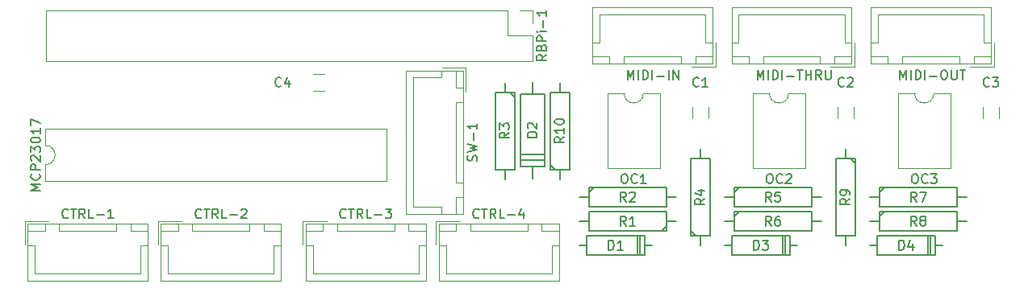
<source format=gbr>
G04 #@! TF.FileFunction,Legend,Top*
%FSLAX46Y46*%
G04 Gerber Fmt 4.6, Leading zero omitted, Abs format (unit mm)*
G04 Created by KiCad (PCBNEW 4.0.6) date Tue Jun  5 10:56:57 2018*
%MOMM*%
%LPD*%
G01*
G04 APERTURE LIST*
%ADD10C,0.100000*%
%ADD11C,0.120000*%
%ADD12C,0.150000*%
G04 APERTURE END LIST*
D10*
D11*
X116903500Y-102242000D02*
X68523500Y-102242000D01*
X68523500Y-102242000D02*
X68523500Y-107562000D01*
X68523500Y-107562000D02*
X119563500Y-107562000D01*
X119563500Y-107562000D02*
X119563500Y-104902000D01*
X119563500Y-104902000D02*
X116903500Y-104902000D01*
X116903500Y-104902000D02*
X116903500Y-102242000D01*
X118173500Y-102242000D02*
X119563500Y-102242000D01*
X119563500Y-102242000D02*
X119563500Y-103632000D01*
X68460000Y-116475000D02*
G75*
G02X68460000Y-118475000I0J-1000000D01*
G01*
X68460000Y-118475000D02*
X68460000Y-120245000D01*
X68460000Y-120245000D02*
X104260000Y-120245000D01*
X104260000Y-120245000D02*
X104260000Y-114705000D01*
X104260000Y-114705000D02*
X68460000Y-114705000D01*
X68460000Y-114705000D02*
X68460000Y-116475000D01*
X131175000Y-111005000D02*
G75*
G02X129175000Y-111005000I-1000000J0D01*
G01*
X129175000Y-111005000D02*
X127405000Y-111005000D01*
X127405000Y-111005000D02*
X127405000Y-118865000D01*
X127405000Y-118865000D02*
X132945000Y-118865000D01*
X132945000Y-118865000D02*
X132945000Y-111005000D01*
X132945000Y-111005000D02*
X131175000Y-111005000D01*
X146415000Y-111005000D02*
G75*
G02X144415000Y-111005000I-1000000J0D01*
G01*
X144415000Y-111005000D02*
X142645000Y-111005000D01*
X142645000Y-111005000D02*
X142645000Y-118865000D01*
X142645000Y-118865000D02*
X148185000Y-118865000D01*
X148185000Y-118865000D02*
X148185000Y-111005000D01*
X148185000Y-111005000D02*
X146415000Y-111005000D01*
X161655000Y-111005000D02*
G75*
G02X159655000Y-111005000I-1000000J0D01*
G01*
X159655000Y-111005000D02*
X157885000Y-111005000D01*
X157885000Y-111005000D02*
X157885000Y-118865000D01*
X157885000Y-118865000D02*
X163425000Y-118865000D01*
X163425000Y-118865000D02*
X163425000Y-111005000D01*
X163425000Y-111005000D02*
X161655000Y-111005000D01*
X138021000Y-112423000D02*
X138021000Y-113597000D01*
X136299000Y-112423000D02*
X136299000Y-113597000D01*
X153261000Y-112423000D02*
X153261000Y-113597000D01*
X151539000Y-112423000D02*
X151539000Y-113597000D01*
X168501000Y-112423000D02*
X168501000Y-113597000D01*
X166779000Y-112423000D02*
X166779000Y-113597000D01*
D12*
X134620000Y-124460000D02*
X133604000Y-124460000D01*
X133604000Y-124460000D02*
X133604000Y-125476000D01*
X133604000Y-125476000D02*
X125476000Y-125476000D01*
X125476000Y-125476000D02*
X125476000Y-123444000D01*
X125476000Y-123444000D02*
X133604000Y-123444000D01*
X133604000Y-123444000D02*
X133604000Y-124460000D01*
X133604000Y-124968000D02*
X133096000Y-125476000D01*
X124460000Y-124460000D02*
X125476000Y-124460000D01*
X124460000Y-121920000D02*
X125476000Y-121920000D01*
X125476000Y-121920000D02*
X125476000Y-120904000D01*
X125476000Y-120904000D02*
X133604000Y-120904000D01*
X133604000Y-120904000D02*
X133604000Y-122936000D01*
X133604000Y-122936000D02*
X125476000Y-122936000D01*
X125476000Y-122936000D02*
X125476000Y-121920000D01*
X125476000Y-121412000D02*
X125984000Y-120904000D01*
X134620000Y-121920000D02*
X133604000Y-121920000D01*
X116649500Y-109855000D02*
X116649500Y-110871000D01*
X116649500Y-110871000D02*
X117665500Y-110871000D01*
X117665500Y-110871000D02*
X117665500Y-118999000D01*
X117665500Y-118999000D02*
X115633500Y-118999000D01*
X115633500Y-118999000D02*
X115633500Y-110871000D01*
X115633500Y-110871000D02*
X116649500Y-110871000D01*
X117157500Y-110871000D02*
X117665500Y-111379000D01*
X116649500Y-120015000D02*
X116649500Y-118999000D01*
X137160000Y-127000000D02*
X137160000Y-125984000D01*
X137160000Y-125984000D02*
X136144000Y-125984000D01*
X136144000Y-125984000D02*
X136144000Y-117856000D01*
X136144000Y-117856000D02*
X138176000Y-117856000D01*
X138176000Y-117856000D02*
X138176000Y-125984000D01*
X138176000Y-125984000D02*
X137160000Y-125984000D01*
X136652000Y-125984000D02*
X136144000Y-125476000D01*
X137160000Y-116840000D02*
X137160000Y-117856000D01*
X139700000Y-121920000D02*
X140716000Y-121920000D01*
X140716000Y-121920000D02*
X140716000Y-120904000D01*
X140716000Y-120904000D02*
X148844000Y-120904000D01*
X148844000Y-120904000D02*
X148844000Y-122936000D01*
X148844000Y-122936000D02*
X140716000Y-122936000D01*
X140716000Y-122936000D02*
X140716000Y-121920000D01*
X140716000Y-121412000D02*
X141224000Y-120904000D01*
X149860000Y-121920000D02*
X148844000Y-121920000D01*
X139700000Y-124460000D02*
X140716000Y-124460000D01*
X140716000Y-124460000D02*
X140716000Y-123444000D01*
X140716000Y-123444000D02*
X148844000Y-123444000D01*
X148844000Y-123444000D02*
X148844000Y-125476000D01*
X148844000Y-125476000D02*
X140716000Y-125476000D01*
X140716000Y-125476000D02*
X140716000Y-124460000D01*
X140716000Y-123952000D02*
X141224000Y-123444000D01*
X149860000Y-124460000D02*
X148844000Y-124460000D01*
X154940000Y-121920000D02*
X155956000Y-121920000D01*
X155956000Y-121920000D02*
X155956000Y-120904000D01*
X155956000Y-120904000D02*
X164084000Y-120904000D01*
X164084000Y-120904000D02*
X164084000Y-122936000D01*
X164084000Y-122936000D02*
X155956000Y-122936000D01*
X155956000Y-122936000D02*
X155956000Y-121920000D01*
X155956000Y-121412000D02*
X156464000Y-120904000D01*
X165100000Y-121920000D02*
X164084000Y-121920000D01*
X154940000Y-124460000D02*
X155956000Y-124460000D01*
X155956000Y-124460000D02*
X155956000Y-123444000D01*
X155956000Y-123444000D02*
X164084000Y-123444000D01*
X164084000Y-123444000D02*
X164084000Y-125476000D01*
X164084000Y-125476000D02*
X155956000Y-125476000D01*
X155956000Y-125476000D02*
X155956000Y-124460000D01*
X155956000Y-123952000D02*
X156464000Y-123444000D01*
X165100000Y-124460000D02*
X164084000Y-124460000D01*
X152400000Y-116840000D02*
X152400000Y-117856000D01*
X152400000Y-117856000D02*
X153416000Y-117856000D01*
X153416000Y-117856000D02*
X153416000Y-125984000D01*
X153416000Y-125984000D02*
X151384000Y-125984000D01*
X151384000Y-125984000D02*
X151384000Y-117856000D01*
X151384000Y-117856000D02*
X152400000Y-117856000D01*
X152908000Y-117856000D02*
X153416000Y-118364000D01*
X152400000Y-127000000D02*
X152400000Y-125984000D01*
X122428000Y-120015000D02*
X122428000Y-118999000D01*
X122428000Y-118999000D02*
X121412000Y-118999000D01*
X121412000Y-118999000D02*
X121412000Y-110871000D01*
X121412000Y-110871000D02*
X123444000Y-110871000D01*
X123444000Y-110871000D02*
X123444000Y-118999000D01*
X123444000Y-118999000D02*
X122428000Y-118999000D01*
X121920000Y-118999000D02*
X121412000Y-118491000D01*
X122428000Y-109855000D02*
X122428000Y-110871000D01*
X132080000Y-127000000D02*
X131318000Y-127000000D01*
X131318000Y-127000000D02*
X131318000Y-125984000D01*
X131318000Y-125984000D02*
X125222000Y-125984000D01*
X125222000Y-125984000D02*
X125222000Y-127000000D01*
X125222000Y-127000000D02*
X124460000Y-127000000D01*
X125222000Y-127000000D02*
X125222000Y-128016000D01*
X125222000Y-128016000D02*
X131318000Y-128016000D01*
X131318000Y-128016000D02*
X131318000Y-127000000D01*
X130810000Y-125984000D02*
X130810000Y-128016000D01*
X130556000Y-128016000D02*
X130556000Y-125984000D01*
X147320000Y-127000000D02*
X146558000Y-127000000D01*
X146558000Y-127000000D02*
X146558000Y-125984000D01*
X146558000Y-125984000D02*
X140462000Y-125984000D01*
X140462000Y-125984000D02*
X140462000Y-127000000D01*
X140462000Y-127000000D02*
X139700000Y-127000000D01*
X140462000Y-127000000D02*
X140462000Y-128016000D01*
X140462000Y-128016000D02*
X146558000Y-128016000D01*
X146558000Y-128016000D02*
X146558000Y-127000000D01*
X146050000Y-125984000D02*
X146050000Y-128016000D01*
X145796000Y-128016000D02*
X145796000Y-125984000D01*
X162560000Y-127000000D02*
X161798000Y-127000000D01*
X161798000Y-127000000D02*
X161798000Y-125984000D01*
X161798000Y-125984000D02*
X155702000Y-125984000D01*
X155702000Y-125984000D02*
X155702000Y-127000000D01*
X155702000Y-127000000D02*
X154940000Y-127000000D01*
X155702000Y-127000000D02*
X155702000Y-128016000D01*
X155702000Y-128016000D02*
X161798000Y-128016000D01*
X161798000Y-128016000D02*
X161798000Y-127000000D01*
X161290000Y-125984000D02*
X161290000Y-128016000D01*
X161036000Y-128016000D02*
X161036000Y-125984000D01*
D11*
X96548000Y-108994000D02*
X97722000Y-108994000D01*
X96548000Y-110716000D02*
X97722000Y-110716000D01*
X66601500Y-124740500D02*
X66601500Y-130690500D01*
X66601500Y-130690500D02*
X79201500Y-130690500D01*
X79201500Y-130690500D02*
X79201500Y-124740500D01*
X79201500Y-124740500D02*
X66601500Y-124740500D01*
X69901500Y-124740500D02*
X69901500Y-125490500D01*
X69901500Y-125490500D02*
X75901500Y-125490500D01*
X75901500Y-125490500D02*
X75901500Y-124740500D01*
X75901500Y-124740500D02*
X69901500Y-124740500D01*
X66601500Y-124740500D02*
X66601500Y-125490500D01*
X66601500Y-125490500D02*
X68401500Y-125490500D01*
X68401500Y-125490500D02*
X68401500Y-124740500D01*
X68401500Y-124740500D02*
X66601500Y-124740500D01*
X77401500Y-124740500D02*
X77401500Y-125490500D01*
X77401500Y-125490500D02*
X79201500Y-125490500D01*
X79201500Y-125490500D02*
X79201500Y-124740500D01*
X79201500Y-124740500D02*
X77401500Y-124740500D01*
X66601500Y-126990500D02*
X67351500Y-126990500D01*
X67351500Y-126990500D02*
X67351500Y-129940500D01*
X67351500Y-129940500D02*
X72901500Y-129940500D01*
X79201500Y-126990500D02*
X78451500Y-126990500D01*
X78451500Y-126990500D02*
X78451500Y-129940500D01*
X78451500Y-129940500D02*
X72901500Y-129940500D01*
X68801500Y-124440500D02*
X66301500Y-124440500D01*
X66301500Y-124440500D02*
X66301500Y-126940500D01*
X80571500Y-124740500D02*
X80571500Y-130690500D01*
X80571500Y-130690500D02*
X93171500Y-130690500D01*
X93171500Y-130690500D02*
X93171500Y-124740500D01*
X93171500Y-124740500D02*
X80571500Y-124740500D01*
X83871500Y-124740500D02*
X83871500Y-125490500D01*
X83871500Y-125490500D02*
X89871500Y-125490500D01*
X89871500Y-125490500D02*
X89871500Y-124740500D01*
X89871500Y-124740500D02*
X83871500Y-124740500D01*
X80571500Y-124740500D02*
X80571500Y-125490500D01*
X80571500Y-125490500D02*
X82371500Y-125490500D01*
X82371500Y-125490500D02*
X82371500Y-124740500D01*
X82371500Y-124740500D02*
X80571500Y-124740500D01*
X91371500Y-124740500D02*
X91371500Y-125490500D01*
X91371500Y-125490500D02*
X93171500Y-125490500D01*
X93171500Y-125490500D02*
X93171500Y-124740500D01*
X93171500Y-124740500D02*
X91371500Y-124740500D01*
X80571500Y-126990500D02*
X81321500Y-126990500D01*
X81321500Y-126990500D02*
X81321500Y-129940500D01*
X81321500Y-129940500D02*
X86871500Y-129940500D01*
X93171500Y-126990500D02*
X92421500Y-126990500D01*
X92421500Y-126990500D02*
X92421500Y-129940500D01*
X92421500Y-129940500D02*
X86871500Y-129940500D01*
X82771500Y-124440500D02*
X80271500Y-124440500D01*
X80271500Y-124440500D02*
X80271500Y-126940500D01*
X95748000Y-124740500D02*
X95748000Y-130690500D01*
X95748000Y-130690500D02*
X108348000Y-130690500D01*
X108348000Y-130690500D02*
X108348000Y-124740500D01*
X108348000Y-124740500D02*
X95748000Y-124740500D01*
X99048000Y-124740500D02*
X99048000Y-125490500D01*
X99048000Y-125490500D02*
X105048000Y-125490500D01*
X105048000Y-125490500D02*
X105048000Y-124740500D01*
X105048000Y-124740500D02*
X99048000Y-124740500D01*
X95748000Y-124740500D02*
X95748000Y-125490500D01*
X95748000Y-125490500D02*
X97548000Y-125490500D01*
X97548000Y-125490500D02*
X97548000Y-124740500D01*
X97548000Y-124740500D02*
X95748000Y-124740500D01*
X106548000Y-124740500D02*
X106548000Y-125490500D01*
X106548000Y-125490500D02*
X108348000Y-125490500D01*
X108348000Y-125490500D02*
X108348000Y-124740500D01*
X108348000Y-124740500D02*
X106548000Y-124740500D01*
X95748000Y-126990500D02*
X96498000Y-126990500D01*
X96498000Y-126990500D02*
X96498000Y-129940500D01*
X96498000Y-129940500D02*
X102048000Y-129940500D01*
X108348000Y-126990500D02*
X107598000Y-126990500D01*
X107598000Y-126990500D02*
X107598000Y-129940500D01*
X107598000Y-129940500D02*
X102048000Y-129940500D01*
X97948000Y-124440500D02*
X95448000Y-124440500D01*
X95448000Y-124440500D02*
X95448000Y-126940500D01*
X109718000Y-124740500D02*
X109718000Y-130690500D01*
X109718000Y-130690500D02*
X122318000Y-130690500D01*
X122318000Y-130690500D02*
X122318000Y-124740500D01*
X122318000Y-124740500D02*
X109718000Y-124740500D01*
X113018000Y-124740500D02*
X113018000Y-125490500D01*
X113018000Y-125490500D02*
X119018000Y-125490500D01*
X119018000Y-125490500D02*
X119018000Y-124740500D01*
X119018000Y-124740500D02*
X113018000Y-124740500D01*
X109718000Y-124740500D02*
X109718000Y-125490500D01*
X109718000Y-125490500D02*
X111518000Y-125490500D01*
X111518000Y-125490500D02*
X111518000Y-124740500D01*
X111518000Y-124740500D02*
X109718000Y-124740500D01*
X120518000Y-124740500D02*
X120518000Y-125490500D01*
X120518000Y-125490500D02*
X122318000Y-125490500D01*
X122318000Y-125490500D02*
X122318000Y-124740500D01*
X122318000Y-124740500D02*
X120518000Y-124740500D01*
X109718000Y-126990500D02*
X110468000Y-126990500D01*
X110468000Y-126990500D02*
X110468000Y-129940500D01*
X110468000Y-129940500D02*
X116018000Y-129940500D01*
X122318000Y-126990500D02*
X121568000Y-126990500D01*
X121568000Y-126990500D02*
X121568000Y-129940500D01*
X121568000Y-129940500D02*
X116018000Y-129940500D01*
X111918000Y-124440500D02*
X109418000Y-124440500D01*
X109418000Y-124440500D02*
X109418000Y-126940500D01*
X138440000Y-107860000D02*
X138440000Y-101910000D01*
X138440000Y-101910000D02*
X125840000Y-101910000D01*
X125840000Y-101910000D02*
X125840000Y-107860000D01*
X125840000Y-107860000D02*
X138440000Y-107860000D01*
X135140000Y-107860000D02*
X135140000Y-107110000D01*
X135140000Y-107110000D02*
X129140000Y-107110000D01*
X129140000Y-107110000D02*
X129140000Y-107860000D01*
X129140000Y-107860000D02*
X135140000Y-107860000D01*
X138440000Y-107860000D02*
X138440000Y-107110000D01*
X138440000Y-107110000D02*
X136640000Y-107110000D01*
X136640000Y-107110000D02*
X136640000Y-107860000D01*
X136640000Y-107860000D02*
X138440000Y-107860000D01*
X127640000Y-107860000D02*
X127640000Y-107110000D01*
X127640000Y-107110000D02*
X125840000Y-107110000D01*
X125840000Y-107110000D02*
X125840000Y-107860000D01*
X125840000Y-107860000D02*
X127640000Y-107860000D01*
X138440000Y-105610000D02*
X137690000Y-105610000D01*
X137690000Y-105610000D02*
X137690000Y-102660000D01*
X137690000Y-102660000D02*
X132140000Y-102660000D01*
X125840000Y-105610000D02*
X126590000Y-105610000D01*
X126590000Y-105610000D02*
X126590000Y-102660000D01*
X126590000Y-102660000D02*
X132140000Y-102660000D01*
X136240000Y-108160000D02*
X138740000Y-108160000D01*
X138740000Y-108160000D02*
X138740000Y-105660000D01*
X153045000Y-107860000D02*
X153045000Y-101910000D01*
X153045000Y-101910000D02*
X140445000Y-101910000D01*
X140445000Y-101910000D02*
X140445000Y-107860000D01*
X140445000Y-107860000D02*
X153045000Y-107860000D01*
X149745000Y-107860000D02*
X149745000Y-107110000D01*
X149745000Y-107110000D02*
X143745000Y-107110000D01*
X143745000Y-107110000D02*
X143745000Y-107860000D01*
X143745000Y-107860000D02*
X149745000Y-107860000D01*
X153045000Y-107860000D02*
X153045000Y-107110000D01*
X153045000Y-107110000D02*
X151245000Y-107110000D01*
X151245000Y-107110000D02*
X151245000Y-107860000D01*
X151245000Y-107860000D02*
X153045000Y-107860000D01*
X142245000Y-107860000D02*
X142245000Y-107110000D01*
X142245000Y-107110000D02*
X140445000Y-107110000D01*
X140445000Y-107110000D02*
X140445000Y-107860000D01*
X140445000Y-107860000D02*
X142245000Y-107860000D01*
X153045000Y-105610000D02*
X152295000Y-105610000D01*
X152295000Y-105610000D02*
X152295000Y-102660000D01*
X152295000Y-102660000D02*
X146745000Y-102660000D01*
X140445000Y-105610000D02*
X141195000Y-105610000D01*
X141195000Y-105610000D02*
X141195000Y-102660000D01*
X141195000Y-102660000D02*
X146745000Y-102660000D01*
X150845000Y-108160000D02*
X153345000Y-108160000D01*
X153345000Y-108160000D02*
X153345000Y-105660000D01*
X167650000Y-107860000D02*
X167650000Y-101910000D01*
X167650000Y-101910000D02*
X155050000Y-101910000D01*
X155050000Y-101910000D02*
X155050000Y-107860000D01*
X155050000Y-107860000D02*
X167650000Y-107860000D01*
X164350000Y-107860000D02*
X164350000Y-107110000D01*
X164350000Y-107110000D02*
X158350000Y-107110000D01*
X158350000Y-107110000D02*
X158350000Y-107860000D01*
X158350000Y-107860000D02*
X164350000Y-107860000D01*
X167650000Y-107860000D02*
X167650000Y-107110000D01*
X167650000Y-107110000D02*
X165850000Y-107110000D01*
X165850000Y-107110000D02*
X165850000Y-107860000D01*
X165850000Y-107860000D02*
X167650000Y-107860000D01*
X156850000Y-107860000D02*
X156850000Y-107110000D01*
X156850000Y-107110000D02*
X155050000Y-107110000D01*
X155050000Y-107110000D02*
X155050000Y-107860000D01*
X155050000Y-107860000D02*
X156850000Y-107860000D01*
X167650000Y-105610000D02*
X166900000Y-105610000D01*
X166900000Y-105610000D02*
X166900000Y-102660000D01*
X166900000Y-102660000D02*
X161350000Y-102660000D01*
X155050000Y-105610000D02*
X155800000Y-105610000D01*
X155800000Y-105610000D02*
X155800000Y-102660000D01*
X155800000Y-102660000D02*
X161350000Y-102660000D01*
X165450000Y-108160000D02*
X167950000Y-108160000D01*
X167950000Y-108160000D02*
X167950000Y-105660000D01*
D12*
X120840500Y-111061500D02*
X120840500Y-118681500D01*
X120840500Y-118681500D02*
X118300500Y-118681500D01*
X118300500Y-118681500D02*
X118300500Y-111061500D01*
X118300500Y-111061500D02*
X120840500Y-111061500D01*
X120840500Y-118046500D02*
X118300500Y-118046500D01*
X118300500Y-117411500D02*
X120840500Y-117411500D01*
X119570500Y-111061500D02*
X119570500Y-109791500D01*
X119570500Y-118681500D02*
X119570500Y-119951500D01*
D11*
X112241500Y-108575000D02*
X106291500Y-108575000D01*
X106291500Y-108575000D02*
X106291500Y-123675000D01*
X106291500Y-123675000D02*
X112241500Y-123675000D01*
X112241500Y-123675000D02*
X112241500Y-108575000D01*
X112241500Y-111875000D02*
X111491500Y-111875000D01*
X111491500Y-111875000D02*
X111491500Y-120375000D01*
X111491500Y-120375000D02*
X112241500Y-120375000D01*
X112241500Y-120375000D02*
X112241500Y-111875000D01*
X112241500Y-108575000D02*
X111491500Y-108575000D01*
X111491500Y-108575000D02*
X111491500Y-110375000D01*
X111491500Y-110375000D02*
X112241500Y-110375000D01*
X112241500Y-110375000D02*
X112241500Y-108575000D01*
X112241500Y-121875000D02*
X111491500Y-121875000D01*
X111491500Y-121875000D02*
X111491500Y-123675000D01*
X111491500Y-123675000D02*
X112241500Y-123675000D01*
X112241500Y-123675000D02*
X112241500Y-121875000D01*
X109991500Y-108575000D02*
X109991500Y-109325000D01*
X109991500Y-109325000D02*
X107041500Y-109325000D01*
X107041500Y-109325000D02*
X107041500Y-116125000D01*
X109991500Y-123675000D02*
X109991500Y-122925000D01*
X109991500Y-122925000D02*
X107041500Y-122925000D01*
X107041500Y-122925000D02*
X107041500Y-116125000D01*
X112541500Y-110775000D02*
X112541500Y-108275000D01*
X112541500Y-108275000D02*
X110041500Y-108275000D01*
D12*
X121015881Y-106925809D02*
X120539690Y-107259143D01*
X121015881Y-107497238D02*
X120015881Y-107497238D01*
X120015881Y-107116285D01*
X120063500Y-107021047D01*
X120111119Y-106973428D01*
X120206357Y-106925809D01*
X120349214Y-106925809D01*
X120444452Y-106973428D01*
X120492071Y-107021047D01*
X120539690Y-107116285D01*
X120539690Y-107497238D01*
X120492071Y-106163904D02*
X120539690Y-106021047D01*
X120587310Y-105973428D01*
X120682548Y-105925809D01*
X120825405Y-105925809D01*
X120920643Y-105973428D01*
X120968262Y-106021047D01*
X121015881Y-106116285D01*
X121015881Y-106497238D01*
X120015881Y-106497238D01*
X120015881Y-106163904D01*
X120063500Y-106068666D01*
X120111119Y-106021047D01*
X120206357Y-105973428D01*
X120301595Y-105973428D01*
X120396833Y-106021047D01*
X120444452Y-106068666D01*
X120492071Y-106163904D01*
X120492071Y-106497238D01*
X121015881Y-105497238D02*
X120015881Y-105497238D01*
X120015881Y-105116285D01*
X120063500Y-105021047D01*
X120111119Y-104973428D01*
X120206357Y-104925809D01*
X120349214Y-104925809D01*
X120444452Y-104973428D01*
X120492071Y-105021047D01*
X120539690Y-105116285D01*
X120539690Y-105497238D01*
X121015881Y-104497238D02*
X120349214Y-104497238D01*
X120015881Y-104497238D02*
X120063500Y-104544857D01*
X120111119Y-104497238D01*
X120063500Y-104449619D01*
X120015881Y-104497238D01*
X120111119Y-104497238D01*
X120634929Y-104021048D02*
X120634929Y-103259143D01*
X121015881Y-102259143D02*
X121015881Y-102830572D01*
X121015881Y-102544858D02*
X120015881Y-102544858D01*
X120158738Y-102640096D01*
X120253976Y-102735334D01*
X120301595Y-102830572D01*
X67912381Y-121189286D02*
X66912381Y-121189286D01*
X67626667Y-120855952D01*
X66912381Y-120522619D01*
X67912381Y-120522619D01*
X67817143Y-119475000D02*
X67864762Y-119522619D01*
X67912381Y-119665476D01*
X67912381Y-119760714D01*
X67864762Y-119903572D01*
X67769524Y-119998810D01*
X67674286Y-120046429D01*
X67483810Y-120094048D01*
X67340952Y-120094048D01*
X67150476Y-120046429D01*
X67055238Y-119998810D01*
X66960000Y-119903572D01*
X66912381Y-119760714D01*
X66912381Y-119665476D01*
X66960000Y-119522619D01*
X67007619Y-119475000D01*
X67912381Y-119046429D02*
X66912381Y-119046429D01*
X66912381Y-118665476D01*
X66960000Y-118570238D01*
X67007619Y-118522619D01*
X67102857Y-118475000D01*
X67245714Y-118475000D01*
X67340952Y-118522619D01*
X67388571Y-118570238D01*
X67436190Y-118665476D01*
X67436190Y-119046429D01*
X67007619Y-118094048D02*
X66960000Y-118046429D01*
X66912381Y-117951191D01*
X66912381Y-117713095D01*
X66960000Y-117617857D01*
X67007619Y-117570238D01*
X67102857Y-117522619D01*
X67198095Y-117522619D01*
X67340952Y-117570238D01*
X67912381Y-118141667D01*
X67912381Y-117522619D01*
X66912381Y-117189286D02*
X66912381Y-116570238D01*
X67293333Y-116903572D01*
X67293333Y-116760714D01*
X67340952Y-116665476D01*
X67388571Y-116617857D01*
X67483810Y-116570238D01*
X67721905Y-116570238D01*
X67817143Y-116617857D01*
X67864762Y-116665476D01*
X67912381Y-116760714D01*
X67912381Y-117046429D01*
X67864762Y-117141667D01*
X67817143Y-117189286D01*
X66912381Y-115951191D02*
X66912381Y-115855952D01*
X66960000Y-115760714D01*
X67007619Y-115713095D01*
X67102857Y-115665476D01*
X67293333Y-115617857D01*
X67531429Y-115617857D01*
X67721905Y-115665476D01*
X67817143Y-115713095D01*
X67864762Y-115760714D01*
X67912381Y-115855952D01*
X67912381Y-115951191D01*
X67864762Y-116046429D01*
X67817143Y-116094048D01*
X67721905Y-116141667D01*
X67531429Y-116189286D01*
X67293333Y-116189286D01*
X67102857Y-116141667D01*
X67007619Y-116094048D01*
X66960000Y-116046429D01*
X66912381Y-115951191D01*
X67912381Y-114665476D02*
X67912381Y-115236905D01*
X67912381Y-114951191D02*
X66912381Y-114951191D01*
X67055238Y-115046429D01*
X67150476Y-115141667D01*
X67198095Y-115236905D01*
X66912381Y-114332143D02*
X66912381Y-113665476D01*
X67912381Y-114094048D01*
X129103571Y-119467381D02*
X129294048Y-119467381D01*
X129389286Y-119515000D01*
X129484524Y-119610238D01*
X129532143Y-119800714D01*
X129532143Y-120134048D01*
X129484524Y-120324524D01*
X129389286Y-120419762D01*
X129294048Y-120467381D01*
X129103571Y-120467381D01*
X129008333Y-120419762D01*
X128913095Y-120324524D01*
X128865476Y-120134048D01*
X128865476Y-119800714D01*
X128913095Y-119610238D01*
X129008333Y-119515000D01*
X129103571Y-119467381D01*
X130532143Y-120372143D02*
X130484524Y-120419762D01*
X130341667Y-120467381D01*
X130246429Y-120467381D01*
X130103571Y-120419762D01*
X130008333Y-120324524D01*
X129960714Y-120229286D01*
X129913095Y-120038810D01*
X129913095Y-119895952D01*
X129960714Y-119705476D01*
X130008333Y-119610238D01*
X130103571Y-119515000D01*
X130246429Y-119467381D01*
X130341667Y-119467381D01*
X130484524Y-119515000D01*
X130532143Y-119562619D01*
X131484524Y-120467381D02*
X130913095Y-120467381D01*
X131198809Y-120467381D02*
X131198809Y-119467381D01*
X131103571Y-119610238D01*
X131008333Y-119705476D01*
X130913095Y-119753095D01*
X144343571Y-119467381D02*
X144534048Y-119467381D01*
X144629286Y-119515000D01*
X144724524Y-119610238D01*
X144772143Y-119800714D01*
X144772143Y-120134048D01*
X144724524Y-120324524D01*
X144629286Y-120419762D01*
X144534048Y-120467381D01*
X144343571Y-120467381D01*
X144248333Y-120419762D01*
X144153095Y-120324524D01*
X144105476Y-120134048D01*
X144105476Y-119800714D01*
X144153095Y-119610238D01*
X144248333Y-119515000D01*
X144343571Y-119467381D01*
X145772143Y-120372143D02*
X145724524Y-120419762D01*
X145581667Y-120467381D01*
X145486429Y-120467381D01*
X145343571Y-120419762D01*
X145248333Y-120324524D01*
X145200714Y-120229286D01*
X145153095Y-120038810D01*
X145153095Y-119895952D01*
X145200714Y-119705476D01*
X145248333Y-119610238D01*
X145343571Y-119515000D01*
X145486429Y-119467381D01*
X145581667Y-119467381D01*
X145724524Y-119515000D01*
X145772143Y-119562619D01*
X146153095Y-119562619D02*
X146200714Y-119515000D01*
X146295952Y-119467381D01*
X146534048Y-119467381D01*
X146629286Y-119515000D01*
X146676905Y-119562619D01*
X146724524Y-119657857D01*
X146724524Y-119753095D01*
X146676905Y-119895952D01*
X146105476Y-120467381D01*
X146724524Y-120467381D01*
X159583571Y-119467381D02*
X159774048Y-119467381D01*
X159869286Y-119515000D01*
X159964524Y-119610238D01*
X160012143Y-119800714D01*
X160012143Y-120134048D01*
X159964524Y-120324524D01*
X159869286Y-120419762D01*
X159774048Y-120467381D01*
X159583571Y-120467381D01*
X159488333Y-120419762D01*
X159393095Y-120324524D01*
X159345476Y-120134048D01*
X159345476Y-119800714D01*
X159393095Y-119610238D01*
X159488333Y-119515000D01*
X159583571Y-119467381D01*
X161012143Y-120372143D02*
X160964524Y-120419762D01*
X160821667Y-120467381D01*
X160726429Y-120467381D01*
X160583571Y-120419762D01*
X160488333Y-120324524D01*
X160440714Y-120229286D01*
X160393095Y-120038810D01*
X160393095Y-119895952D01*
X160440714Y-119705476D01*
X160488333Y-119610238D01*
X160583571Y-119515000D01*
X160726429Y-119467381D01*
X160821667Y-119467381D01*
X160964524Y-119515000D01*
X161012143Y-119562619D01*
X161345476Y-119467381D02*
X161964524Y-119467381D01*
X161631190Y-119848333D01*
X161774048Y-119848333D01*
X161869286Y-119895952D01*
X161916905Y-119943571D01*
X161964524Y-120038810D01*
X161964524Y-120276905D01*
X161916905Y-120372143D01*
X161869286Y-120419762D01*
X161774048Y-120467381D01*
X161488333Y-120467381D01*
X161393095Y-120419762D01*
X161345476Y-120372143D01*
X136993334Y-110212143D02*
X136945715Y-110259762D01*
X136802858Y-110307381D01*
X136707620Y-110307381D01*
X136564762Y-110259762D01*
X136469524Y-110164524D01*
X136421905Y-110069286D01*
X136374286Y-109878810D01*
X136374286Y-109735952D01*
X136421905Y-109545476D01*
X136469524Y-109450238D01*
X136564762Y-109355000D01*
X136707620Y-109307381D01*
X136802858Y-109307381D01*
X136945715Y-109355000D01*
X136993334Y-109402619D01*
X137945715Y-110307381D02*
X137374286Y-110307381D01*
X137660000Y-110307381D02*
X137660000Y-109307381D01*
X137564762Y-109450238D01*
X137469524Y-109545476D01*
X137374286Y-109593095D01*
X152233334Y-110212143D02*
X152185715Y-110259762D01*
X152042858Y-110307381D01*
X151947620Y-110307381D01*
X151804762Y-110259762D01*
X151709524Y-110164524D01*
X151661905Y-110069286D01*
X151614286Y-109878810D01*
X151614286Y-109735952D01*
X151661905Y-109545476D01*
X151709524Y-109450238D01*
X151804762Y-109355000D01*
X151947620Y-109307381D01*
X152042858Y-109307381D01*
X152185715Y-109355000D01*
X152233334Y-109402619D01*
X152614286Y-109402619D02*
X152661905Y-109355000D01*
X152757143Y-109307381D01*
X152995239Y-109307381D01*
X153090477Y-109355000D01*
X153138096Y-109402619D01*
X153185715Y-109497857D01*
X153185715Y-109593095D01*
X153138096Y-109735952D01*
X152566667Y-110307381D01*
X153185715Y-110307381D01*
X167473334Y-110212143D02*
X167425715Y-110259762D01*
X167282858Y-110307381D01*
X167187620Y-110307381D01*
X167044762Y-110259762D01*
X166949524Y-110164524D01*
X166901905Y-110069286D01*
X166854286Y-109878810D01*
X166854286Y-109735952D01*
X166901905Y-109545476D01*
X166949524Y-109450238D01*
X167044762Y-109355000D01*
X167187620Y-109307381D01*
X167282858Y-109307381D01*
X167425715Y-109355000D01*
X167473334Y-109402619D01*
X167806667Y-109307381D02*
X168425715Y-109307381D01*
X168092381Y-109688333D01*
X168235239Y-109688333D01*
X168330477Y-109735952D01*
X168378096Y-109783571D01*
X168425715Y-109878810D01*
X168425715Y-110116905D01*
X168378096Y-110212143D01*
X168330477Y-110259762D01*
X168235239Y-110307381D01*
X167949524Y-110307381D01*
X167854286Y-110259762D01*
X167806667Y-110212143D01*
X129373334Y-124912381D02*
X129040000Y-124436190D01*
X128801905Y-124912381D02*
X128801905Y-123912381D01*
X129182858Y-123912381D01*
X129278096Y-123960000D01*
X129325715Y-124007619D01*
X129373334Y-124102857D01*
X129373334Y-124245714D01*
X129325715Y-124340952D01*
X129278096Y-124388571D01*
X129182858Y-124436190D01*
X128801905Y-124436190D01*
X130325715Y-124912381D02*
X129754286Y-124912381D01*
X130040000Y-124912381D02*
X130040000Y-123912381D01*
X129944762Y-124055238D01*
X129849524Y-124150476D01*
X129754286Y-124198095D01*
X129373334Y-122372381D02*
X129040000Y-121896190D01*
X128801905Y-122372381D02*
X128801905Y-121372381D01*
X129182858Y-121372381D01*
X129278096Y-121420000D01*
X129325715Y-121467619D01*
X129373334Y-121562857D01*
X129373334Y-121705714D01*
X129325715Y-121800952D01*
X129278096Y-121848571D01*
X129182858Y-121896190D01*
X128801905Y-121896190D01*
X129754286Y-121467619D02*
X129801905Y-121420000D01*
X129897143Y-121372381D01*
X130135239Y-121372381D01*
X130230477Y-121420000D01*
X130278096Y-121467619D01*
X130325715Y-121562857D01*
X130325715Y-121658095D01*
X130278096Y-121800952D01*
X129706667Y-122372381D01*
X130325715Y-122372381D01*
X117101881Y-115101666D02*
X116625690Y-115435000D01*
X117101881Y-115673095D02*
X116101881Y-115673095D01*
X116101881Y-115292142D01*
X116149500Y-115196904D01*
X116197119Y-115149285D01*
X116292357Y-115101666D01*
X116435214Y-115101666D01*
X116530452Y-115149285D01*
X116578071Y-115196904D01*
X116625690Y-115292142D01*
X116625690Y-115673095D01*
X116101881Y-114768333D02*
X116101881Y-114149285D01*
X116482833Y-114482619D01*
X116482833Y-114339761D01*
X116530452Y-114244523D01*
X116578071Y-114196904D01*
X116673310Y-114149285D01*
X116911405Y-114149285D01*
X117006643Y-114196904D01*
X117054262Y-114244523D01*
X117101881Y-114339761D01*
X117101881Y-114625476D01*
X117054262Y-114720714D01*
X117006643Y-114768333D01*
X137612381Y-122086666D02*
X137136190Y-122420000D01*
X137612381Y-122658095D02*
X136612381Y-122658095D01*
X136612381Y-122277142D01*
X136660000Y-122181904D01*
X136707619Y-122134285D01*
X136802857Y-122086666D01*
X136945714Y-122086666D01*
X137040952Y-122134285D01*
X137088571Y-122181904D01*
X137136190Y-122277142D01*
X137136190Y-122658095D01*
X136945714Y-121229523D02*
X137612381Y-121229523D01*
X136564762Y-121467619D02*
X137279048Y-121705714D01*
X137279048Y-121086666D01*
X144613334Y-122372381D02*
X144280000Y-121896190D01*
X144041905Y-122372381D02*
X144041905Y-121372381D01*
X144422858Y-121372381D01*
X144518096Y-121420000D01*
X144565715Y-121467619D01*
X144613334Y-121562857D01*
X144613334Y-121705714D01*
X144565715Y-121800952D01*
X144518096Y-121848571D01*
X144422858Y-121896190D01*
X144041905Y-121896190D01*
X145518096Y-121372381D02*
X145041905Y-121372381D01*
X144994286Y-121848571D01*
X145041905Y-121800952D01*
X145137143Y-121753333D01*
X145375239Y-121753333D01*
X145470477Y-121800952D01*
X145518096Y-121848571D01*
X145565715Y-121943810D01*
X145565715Y-122181905D01*
X145518096Y-122277143D01*
X145470477Y-122324762D01*
X145375239Y-122372381D01*
X145137143Y-122372381D01*
X145041905Y-122324762D01*
X144994286Y-122277143D01*
X144613334Y-124912381D02*
X144280000Y-124436190D01*
X144041905Y-124912381D02*
X144041905Y-123912381D01*
X144422858Y-123912381D01*
X144518096Y-123960000D01*
X144565715Y-124007619D01*
X144613334Y-124102857D01*
X144613334Y-124245714D01*
X144565715Y-124340952D01*
X144518096Y-124388571D01*
X144422858Y-124436190D01*
X144041905Y-124436190D01*
X145470477Y-123912381D02*
X145280000Y-123912381D01*
X145184762Y-123960000D01*
X145137143Y-124007619D01*
X145041905Y-124150476D01*
X144994286Y-124340952D01*
X144994286Y-124721905D01*
X145041905Y-124817143D01*
X145089524Y-124864762D01*
X145184762Y-124912381D01*
X145375239Y-124912381D01*
X145470477Y-124864762D01*
X145518096Y-124817143D01*
X145565715Y-124721905D01*
X145565715Y-124483810D01*
X145518096Y-124388571D01*
X145470477Y-124340952D01*
X145375239Y-124293333D01*
X145184762Y-124293333D01*
X145089524Y-124340952D01*
X145041905Y-124388571D01*
X144994286Y-124483810D01*
X159853334Y-122372381D02*
X159520000Y-121896190D01*
X159281905Y-122372381D02*
X159281905Y-121372381D01*
X159662858Y-121372381D01*
X159758096Y-121420000D01*
X159805715Y-121467619D01*
X159853334Y-121562857D01*
X159853334Y-121705714D01*
X159805715Y-121800952D01*
X159758096Y-121848571D01*
X159662858Y-121896190D01*
X159281905Y-121896190D01*
X160186667Y-121372381D02*
X160853334Y-121372381D01*
X160424762Y-122372381D01*
X159853334Y-124912381D02*
X159520000Y-124436190D01*
X159281905Y-124912381D02*
X159281905Y-123912381D01*
X159662858Y-123912381D01*
X159758096Y-123960000D01*
X159805715Y-124007619D01*
X159853334Y-124102857D01*
X159853334Y-124245714D01*
X159805715Y-124340952D01*
X159758096Y-124388571D01*
X159662858Y-124436190D01*
X159281905Y-124436190D01*
X160424762Y-124340952D02*
X160329524Y-124293333D01*
X160281905Y-124245714D01*
X160234286Y-124150476D01*
X160234286Y-124102857D01*
X160281905Y-124007619D01*
X160329524Y-123960000D01*
X160424762Y-123912381D01*
X160615239Y-123912381D01*
X160710477Y-123960000D01*
X160758096Y-124007619D01*
X160805715Y-124102857D01*
X160805715Y-124150476D01*
X160758096Y-124245714D01*
X160710477Y-124293333D01*
X160615239Y-124340952D01*
X160424762Y-124340952D01*
X160329524Y-124388571D01*
X160281905Y-124436190D01*
X160234286Y-124531429D01*
X160234286Y-124721905D01*
X160281905Y-124817143D01*
X160329524Y-124864762D01*
X160424762Y-124912381D01*
X160615239Y-124912381D01*
X160710477Y-124864762D01*
X160758096Y-124817143D01*
X160805715Y-124721905D01*
X160805715Y-124531429D01*
X160758096Y-124436190D01*
X160710477Y-124388571D01*
X160615239Y-124340952D01*
X152852381Y-122086666D02*
X152376190Y-122420000D01*
X152852381Y-122658095D02*
X151852381Y-122658095D01*
X151852381Y-122277142D01*
X151900000Y-122181904D01*
X151947619Y-122134285D01*
X152042857Y-122086666D01*
X152185714Y-122086666D01*
X152280952Y-122134285D01*
X152328571Y-122181904D01*
X152376190Y-122277142D01*
X152376190Y-122658095D01*
X152852381Y-121610476D02*
X152852381Y-121420000D01*
X152804762Y-121324761D01*
X152757143Y-121277142D01*
X152614286Y-121181904D01*
X152423810Y-121134285D01*
X152042857Y-121134285D01*
X151947619Y-121181904D01*
X151900000Y-121229523D01*
X151852381Y-121324761D01*
X151852381Y-121515238D01*
X151900000Y-121610476D01*
X151947619Y-121658095D01*
X152042857Y-121705714D01*
X152280952Y-121705714D01*
X152376190Y-121658095D01*
X152423810Y-121610476D01*
X152471429Y-121515238D01*
X152471429Y-121324761D01*
X152423810Y-121229523D01*
X152376190Y-121181904D01*
X152280952Y-121134285D01*
X122880381Y-115577857D02*
X122404190Y-115911191D01*
X122880381Y-116149286D02*
X121880381Y-116149286D01*
X121880381Y-115768333D01*
X121928000Y-115673095D01*
X121975619Y-115625476D01*
X122070857Y-115577857D01*
X122213714Y-115577857D01*
X122308952Y-115625476D01*
X122356571Y-115673095D01*
X122404190Y-115768333D01*
X122404190Y-116149286D01*
X122880381Y-114625476D02*
X122880381Y-115196905D01*
X122880381Y-114911191D02*
X121880381Y-114911191D01*
X122023238Y-115006429D01*
X122118476Y-115101667D01*
X122166095Y-115196905D01*
X121880381Y-114006429D02*
X121880381Y-113911190D01*
X121928000Y-113815952D01*
X121975619Y-113768333D01*
X122070857Y-113720714D01*
X122261333Y-113673095D01*
X122499429Y-113673095D01*
X122689905Y-113720714D01*
X122785143Y-113768333D01*
X122832762Y-113815952D01*
X122880381Y-113911190D01*
X122880381Y-114006429D01*
X122832762Y-114101667D01*
X122785143Y-114149286D01*
X122689905Y-114196905D01*
X122499429Y-114244524D01*
X122261333Y-114244524D01*
X122070857Y-114196905D01*
X121975619Y-114149286D01*
X121928000Y-114101667D01*
X121880381Y-114006429D01*
X127531905Y-127452381D02*
X127531905Y-126452381D01*
X127770000Y-126452381D01*
X127912858Y-126500000D01*
X128008096Y-126595238D01*
X128055715Y-126690476D01*
X128103334Y-126880952D01*
X128103334Y-127023810D01*
X128055715Y-127214286D01*
X128008096Y-127309524D01*
X127912858Y-127404762D01*
X127770000Y-127452381D01*
X127531905Y-127452381D01*
X129055715Y-127452381D02*
X128484286Y-127452381D01*
X128770000Y-127452381D02*
X128770000Y-126452381D01*
X128674762Y-126595238D01*
X128579524Y-126690476D01*
X128484286Y-126738095D01*
X142771905Y-127452381D02*
X142771905Y-126452381D01*
X143010000Y-126452381D01*
X143152858Y-126500000D01*
X143248096Y-126595238D01*
X143295715Y-126690476D01*
X143343334Y-126880952D01*
X143343334Y-127023810D01*
X143295715Y-127214286D01*
X143248096Y-127309524D01*
X143152858Y-127404762D01*
X143010000Y-127452381D01*
X142771905Y-127452381D01*
X143676667Y-126452381D02*
X144295715Y-126452381D01*
X143962381Y-126833333D01*
X144105239Y-126833333D01*
X144200477Y-126880952D01*
X144248096Y-126928571D01*
X144295715Y-127023810D01*
X144295715Y-127261905D01*
X144248096Y-127357143D01*
X144200477Y-127404762D01*
X144105239Y-127452381D01*
X143819524Y-127452381D01*
X143724286Y-127404762D01*
X143676667Y-127357143D01*
X158011905Y-127452381D02*
X158011905Y-126452381D01*
X158250000Y-126452381D01*
X158392858Y-126500000D01*
X158488096Y-126595238D01*
X158535715Y-126690476D01*
X158583334Y-126880952D01*
X158583334Y-127023810D01*
X158535715Y-127214286D01*
X158488096Y-127309524D01*
X158392858Y-127404762D01*
X158250000Y-127452381D01*
X158011905Y-127452381D01*
X159440477Y-126785714D02*
X159440477Y-127452381D01*
X159202381Y-126404762D02*
X158964286Y-127119048D01*
X159583334Y-127119048D01*
X93178334Y-110212143D02*
X93130715Y-110259762D01*
X92987858Y-110307381D01*
X92892620Y-110307381D01*
X92749762Y-110259762D01*
X92654524Y-110164524D01*
X92606905Y-110069286D01*
X92559286Y-109878810D01*
X92559286Y-109735952D01*
X92606905Y-109545476D01*
X92654524Y-109450238D01*
X92749762Y-109355000D01*
X92892620Y-109307381D01*
X92987858Y-109307381D01*
X93130715Y-109355000D01*
X93178334Y-109402619D01*
X94035477Y-109640714D02*
X94035477Y-110307381D01*
X93797381Y-109259762D02*
X93559286Y-109974048D01*
X94178334Y-109974048D01*
X70830072Y-124047643D02*
X70782453Y-124095262D01*
X70639596Y-124142881D01*
X70544358Y-124142881D01*
X70401500Y-124095262D01*
X70306262Y-124000024D01*
X70258643Y-123904786D01*
X70211024Y-123714310D01*
X70211024Y-123571452D01*
X70258643Y-123380976D01*
X70306262Y-123285738D01*
X70401500Y-123190500D01*
X70544358Y-123142881D01*
X70639596Y-123142881D01*
X70782453Y-123190500D01*
X70830072Y-123238119D01*
X71115786Y-123142881D02*
X71687215Y-123142881D01*
X71401500Y-124142881D02*
X71401500Y-123142881D01*
X72591977Y-124142881D02*
X72258643Y-123666690D01*
X72020548Y-124142881D02*
X72020548Y-123142881D01*
X72401501Y-123142881D01*
X72496739Y-123190500D01*
X72544358Y-123238119D01*
X72591977Y-123333357D01*
X72591977Y-123476214D01*
X72544358Y-123571452D01*
X72496739Y-123619071D01*
X72401501Y-123666690D01*
X72020548Y-123666690D01*
X73496739Y-124142881D02*
X73020548Y-124142881D01*
X73020548Y-123142881D01*
X73830072Y-123761929D02*
X74591977Y-123761929D01*
X75591977Y-124142881D02*
X75020548Y-124142881D01*
X75306262Y-124142881D02*
X75306262Y-123142881D01*
X75211024Y-123285738D01*
X75115786Y-123380976D01*
X75020548Y-123428595D01*
X84800072Y-124047643D02*
X84752453Y-124095262D01*
X84609596Y-124142881D01*
X84514358Y-124142881D01*
X84371500Y-124095262D01*
X84276262Y-124000024D01*
X84228643Y-123904786D01*
X84181024Y-123714310D01*
X84181024Y-123571452D01*
X84228643Y-123380976D01*
X84276262Y-123285738D01*
X84371500Y-123190500D01*
X84514358Y-123142881D01*
X84609596Y-123142881D01*
X84752453Y-123190500D01*
X84800072Y-123238119D01*
X85085786Y-123142881D02*
X85657215Y-123142881D01*
X85371500Y-124142881D02*
X85371500Y-123142881D01*
X86561977Y-124142881D02*
X86228643Y-123666690D01*
X85990548Y-124142881D02*
X85990548Y-123142881D01*
X86371501Y-123142881D01*
X86466739Y-123190500D01*
X86514358Y-123238119D01*
X86561977Y-123333357D01*
X86561977Y-123476214D01*
X86514358Y-123571452D01*
X86466739Y-123619071D01*
X86371501Y-123666690D01*
X85990548Y-123666690D01*
X87466739Y-124142881D02*
X86990548Y-124142881D01*
X86990548Y-123142881D01*
X87800072Y-123761929D02*
X88561977Y-123761929D01*
X88990548Y-123238119D02*
X89038167Y-123190500D01*
X89133405Y-123142881D01*
X89371501Y-123142881D01*
X89466739Y-123190500D01*
X89514358Y-123238119D01*
X89561977Y-123333357D01*
X89561977Y-123428595D01*
X89514358Y-123571452D01*
X88942929Y-124142881D01*
X89561977Y-124142881D01*
X99976572Y-124047643D02*
X99928953Y-124095262D01*
X99786096Y-124142881D01*
X99690858Y-124142881D01*
X99548000Y-124095262D01*
X99452762Y-124000024D01*
X99405143Y-123904786D01*
X99357524Y-123714310D01*
X99357524Y-123571452D01*
X99405143Y-123380976D01*
X99452762Y-123285738D01*
X99548000Y-123190500D01*
X99690858Y-123142881D01*
X99786096Y-123142881D01*
X99928953Y-123190500D01*
X99976572Y-123238119D01*
X100262286Y-123142881D02*
X100833715Y-123142881D01*
X100548000Y-124142881D02*
X100548000Y-123142881D01*
X101738477Y-124142881D02*
X101405143Y-123666690D01*
X101167048Y-124142881D02*
X101167048Y-123142881D01*
X101548001Y-123142881D01*
X101643239Y-123190500D01*
X101690858Y-123238119D01*
X101738477Y-123333357D01*
X101738477Y-123476214D01*
X101690858Y-123571452D01*
X101643239Y-123619071D01*
X101548001Y-123666690D01*
X101167048Y-123666690D01*
X102643239Y-124142881D02*
X102167048Y-124142881D01*
X102167048Y-123142881D01*
X102976572Y-123761929D02*
X103738477Y-123761929D01*
X104119429Y-123142881D02*
X104738477Y-123142881D01*
X104405143Y-123523833D01*
X104548001Y-123523833D01*
X104643239Y-123571452D01*
X104690858Y-123619071D01*
X104738477Y-123714310D01*
X104738477Y-123952405D01*
X104690858Y-124047643D01*
X104643239Y-124095262D01*
X104548001Y-124142881D01*
X104262286Y-124142881D01*
X104167048Y-124095262D01*
X104119429Y-124047643D01*
X113946572Y-124047643D02*
X113898953Y-124095262D01*
X113756096Y-124142881D01*
X113660858Y-124142881D01*
X113518000Y-124095262D01*
X113422762Y-124000024D01*
X113375143Y-123904786D01*
X113327524Y-123714310D01*
X113327524Y-123571452D01*
X113375143Y-123380976D01*
X113422762Y-123285738D01*
X113518000Y-123190500D01*
X113660858Y-123142881D01*
X113756096Y-123142881D01*
X113898953Y-123190500D01*
X113946572Y-123238119D01*
X114232286Y-123142881D02*
X114803715Y-123142881D01*
X114518000Y-124142881D02*
X114518000Y-123142881D01*
X115708477Y-124142881D02*
X115375143Y-123666690D01*
X115137048Y-124142881D02*
X115137048Y-123142881D01*
X115518001Y-123142881D01*
X115613239Y-123190500D01*
X115660858Y-123238119D01*
X115708477Y-123333357D01*
X115708477Y-123476214D01*
X115660858Y-123571452D01*
X115613239Y-123619071D01*
X115518001Y-123666690D01*
X115137048Y-123666690D01*
X116613239Y-124142881D02*
X116137048Y-124142881D01*
X116137048Y-123142881D01*
X116946572Y-123761929D02*
X117708477Y-123761929D01*
X118613239Y-123476214D02*
X118613239Y-124142881D01*
X118375143Y-123095262D02*
X118137048Y-123809548D01*
X118756096Y-123809548D01*
X129516525Y-109545381D02*
X129516525Y-108545381D01*
X129849859Y-109259667D01*
X130183192Y-108545381D01*
X130183192Y-109545381D01*
X130659382Y-109545381D02*
X130659382Y-108545381D01*
X131135572Y-109545381D02*
X131135572Y-108545381D01*
X131373667Y-108545381D01*
X131516525Y-108593000D01*
X131611763Y-108688238D01*
X131659382Y-108783476D01*
X131707001Y-108973952D01*
X131707001Y-109116810D01*
X131659382Y-109307286D01*
X131611763Y-109402524D01*
X131516525Y-109497762D01*
X131373667Y-109545381D01*
X131135572Y-109545381D01*
X132135572Y-109545381D02*
X132135572Y-108545381D01*
X132611762Y-109164429D02*
X133373667Y-109164429D01*
X133849857Y-109545381D02*
X133849857Y-108545381D01*
X134326047Y-109545381D02*
X134326047Y-108545381D01*
X134897476Y-109545381D01*
X134897476Y-108545381D01*
X143145358Y-109545381D02*
X143145358Y-108545381D01*
X143478692Y-109259667D01*
X143812025Y-108545381D01*
X143812025Y-109545381D01*
X144288215Y-109545381D02*
X144288215Y-108545381D01*
X144764405Y-109545381D02*
X144764405Y-108545381D01*
X145002500Y-108545381D01*
X145145358Y-108593000D01*
X145240596Y-108688238D01*
X145288215Y-108783476D01*
X145335834Y-108973952D01*
X145335834Y-109116810D01*
X145288215Y-109307286D01*
X145240596Y-109402524D01*
X145145358Y-109497762D01*
X145002500Y-109545381D01*
X144764405Y-109545381D01*
X145764405Y-109545381D02*
X145764405Y-108545381D01*
X146240595Y-109164429D02*
X147002500Y-109164429D01*
X147335833Y-108545381D02*
X147907262Y-108545381D01*
X147621547Y-109545381D02*
X147621547Y-108545381D01*
X148240595Y-109545381D02*
X148240595Y-108545381D01*
X148240595Y-109021571D02*
X148812024Y-109021571D01*
X148812024Y-109545381D02*
X148812024Y-108545381D01*
X149859643Y-109545381D02*
X149526309Y-109069190D01*
X149288214Y-109545381D02*
X149288214Y-108545381D01*
X149669167Y-108545381D01*
X149764405Y-108593000D01*
X149812024Y-108640619D01*
X149859643Y-108735857D01*
X149859643Y-108878714D01*
X149812024Y-108973952D01*
X149764405Y-109021571D01*
X149669167Y-109069190D01*
X149288214Y-109069190D01*
X150288214Y-108545381D02*
X150288214Y-109354905D01*
X150335833Y-109450143D01*
X150383452Y-109497762D01*
X150478690Y-109545381D01*
X150669167Y-109545381D01*
X150764405Y-109497762D01*
X150812024Y-109450143D01*
X150859643Y-109354905D01*
X150859643Y-108545381D01*
X158123358Y-109545381D02*
X158123358Y-108545381D01*
X158456692Y-109259667D01*
X158790025Y-108545381D01*
X158790025Y-109545381D01*
X159266215Y-109545381D02*
X159266215Y-108545381D01*
X159742405Y-109545381D02*
X159742405Y-108545381D01*
X159980500Y-108545381D01*
X160123358Y-108593000D01*
X160218596Y-108688238D01*
X160266215Y-108783476D01*
X160313834Y-108973952D01*
X160313834Y-109116810D01*
X160266215Y-109307286D01*
X160218596Y-109402524D01*
X160123358Y-109497762D01*
X159980500Y-109545381D01*
X159742405Y-109545381D01*
X160742405Y-109545381D02*
X160742405Y-108545381D01*
X161218595Y-109164429D02*
X161980500Y-109164429D01*
X162647166Y-108545381D02*
X162837643Y-108545381D01*
X162932881Y-108593000D01*
X163028119Y-108688238D01*
X163075738Y-108878714D01*
X163075738Y-109212048D01*
X163028119Y-109402524D01*
X162932881Y-109497762D01*
X162837643Y-109545381D01*
X162647166Y-109545381D01*
X162551928Y-109497762D01*
X162456690Y-109402524D01*
X162409071Y-109212048D01*
X162409071Y-108878714D01*
X162456690Y-108688238D01*
X162551928Y-108593000D01*
X162647166Y-108545381D01*
X163504309Y-108545381D02*
X163504309Y-109354905D01*
X163551928Y-109450143D01*
X163599547Y-109497762D01*
X163694785Y-109545381D01*
X163885262Y-109545381D01*
X163980500Y-109497762D01*
X164028119Y-109450143D01*
X164075738Y-109354905D01*
X164075738Y-108545381D01*
X164409071Y-108545381D02*
X164980500Y-108545381D01*
X164694785Y-109545381D02*
X164694785Y-108545381D01*
X120022881Y-115609595D02*
X119022881Y-115609595D01*
X119022881Y-115371500D01*
X119070500Y-115228642D01*
X119165738Y-115133404D01*
X119260976Y-115085785D01*
X119451452Y-115038166D01*
X119594310Y-115038166D01*
X119784786Y-115085785D01*
X119880024Y-115133404D01*
X119975262Y-115228642D01*
X120022881Y-115371500D01*
X120022881Y-115609595D01*
X119118119Y-114657214D02*
X119070500Y-114609595D01*
X119022881Y-114514357D01*
X119022881Y-114276261D01*
X119070500Y-114181023D01*
X119118119Y-114133404D01*
X119213357Y-114085785D01*
X119308595Y-114085785D01*
X119451452Y-114133404D01*
X120022881Y-114704833D01*
X120022881Y-114085785D01*
X113696262Y-118077381D02*
X113743881Y-117934524D01*
X113743881Y-117696428D01*
X113696262Y-117601190D01*
X113648643Y-117553571D01*
X113553405Y-117505952D01*
X113458167Y-117505952D01*
X113362929Y-117553571D01*
X113315310Y-117601190D01*
X113267690Y-117696428D01*
X113220071Y-117886905D01*
X113172452Y-117982143D01*
X113124833Y-118029762D01*
X113029595Y-118077381D01*
X112934357Y-118077381D01*
X112839119Y-118029762D01*
X112791500Y-117982143D01*
X112743881Y-117886905D01*
X112743881Y-117648809D01*
X112791500Y-117505952D01*
X112743881Y-117172619D02*
X113743881Y-116934524D01*
X113029595Y-116744047D01*
X113743881Y-116553571D01*
X112743881Y-116315476D01*
X113362929Y-115934524D02*
X113362929Y-115172619D01*
X113743881Y-114172619D02*
X113743881Y-114744048D01*
X113743881Y-114458334D02*
X112743881Y-114458334D01*
X112886738Y-114553572D01*
X112981976Y-114648810D01*
X113029595Y-114744048D01*
M02*

</source>
